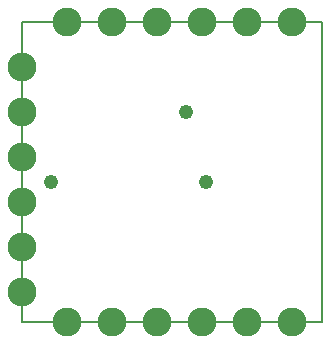
<source format=gbs>
G75*
%MOIN*%
%OFA0B0*%
%FSLAX25Y25*%
%IPPOS*%
%LPD*%
%AMOC8*
5,1,8,0,0,1.08239X$1,22.5*
%
%ADD10C,0.00000*%
%ADD11C,0.00500*%
%ADD12C,0.09658*%
%ADD13C,0.04762*%
D10*
X0005829Y0005829D02*
X0005829Y0105790D01*
X0105829Y0105829D01*
X0105829Y0005829D01*
X0005829Y0005829D01*
D11*
X0105829Y0005829D01*
X0105829Y0105829D01*
X0005829Y0105829D01*
X0005829Y0005829D01*
D12*
X0005829Y0015829D03*
X0005829Y0030829D03*
X0005829Y0045829D03*
X0005829Y0060829D03*
X0005829Y0075829D03*
X0005829Y0090829D03*
X0020829Y0105829D03*
X0035829Y0105829D03*
X0050829Y0105829D03*
X0065829Y0105829D03*
X0080829Y0105829D03*
X0095829Y0105829D03*
X0095829Y0005829D03*
X0080829Y0005829D03*
X0065829Y0005829D03*
X0050829Y0005829D03*
X0035829Y0005829D03*
X0020829Y0005829D03*
D13*
X0015204Y0052704D03*
X0060204Y0075829D03*
X0067079Y0052704D03*
M02*

</source>
